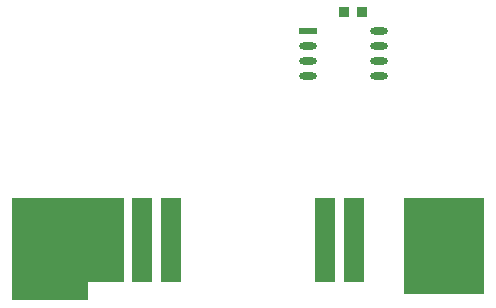
<source format=gbr>
%TF.GenerationSoftware,Altium Limited,Altium Designer,21.6.4 (81)*%
G04 Layer_Color=8421504*
%FSLAX43Y43*%
%MOMM*%
%TF.SameCoordinates,1CE7F002-25C6-4FEA-A4B7-191A7A1919B5*%
%TF.FilePolarity,Positive*%
%TF.FileFunction,Paste,Top*%
%TF.Part,Single*%
G01*
G75*
%TA.AperFunction,SMDPad,CuDef*%
%ADD10R,0.850X0.900*%
%ADD11R,1.500X0.600*%
%ADD12O,1.500X0.600*%
%TA.AperFunction,ConnectorPad*%
%ADD13R,6.800X8.200*%
%ADD14R,1.700X7.200*%
%ADD15R,1.700X7.200*%
%ADD16R,9.500X7.200*%
%ADD17R,6.500X8.700*%
D10*
X33625Y24100D02*
D03*
X35175D02*
D03*
D11*
X30600Y22560D02*
D03*
D12*
Y21290D02*
D03*
Y20020D02*
D03*
Y18750D02*
D03*
X36600Y22560D02*
D03*
Y21290D02*
D03*
Y20020D02*
D03*
Y18750D02*
D03*
D13*
X42100Y4300D02*
D03*
D14*
X34450Y4800D02*
D03*
X32050D02*
D03*
X18950D02*
D03*
D15*
X16550D02*
D03*
D16*
X10250D02*
D03*
D17*
X8750Y4050D02*
D03*
%TF.MD5,3a3811d25f4737e33e02c00ef2a62c89*%
M02*

</source>
